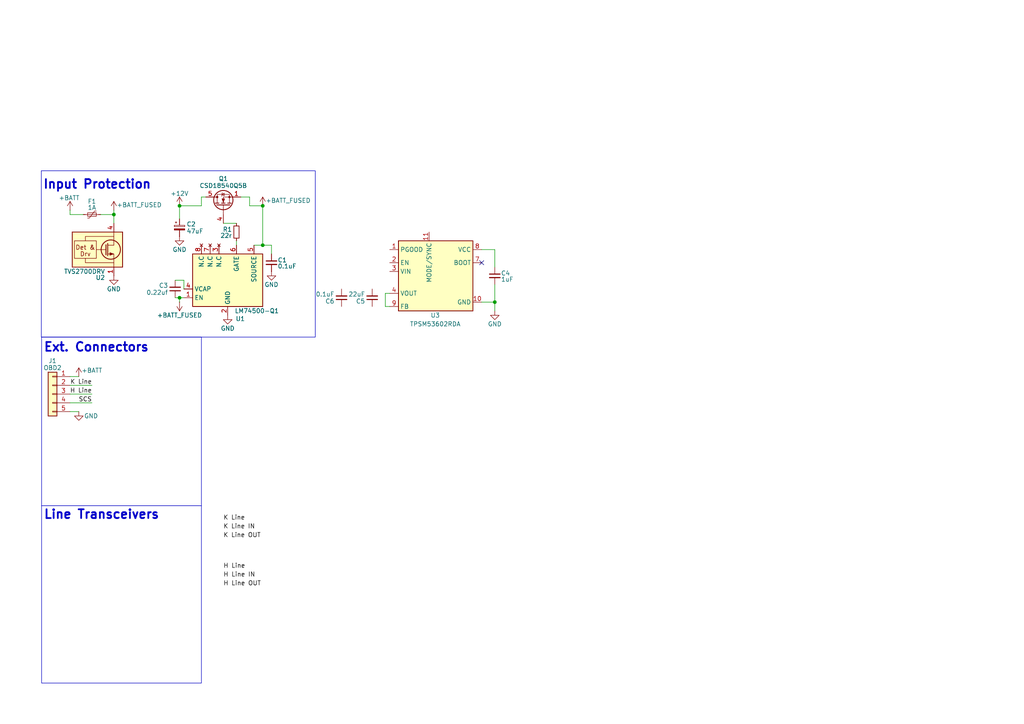
<source format=kicad_sch>
(kicad_sch (version 20250114) (generator "eeschema") (generator_version "9.0")
  (paper "A4")
  (lib_symbols
    (symbol "Connector_Generic:Conn_01x05" (pin_names (offset 1.016) (hide yes))
      (property "Reference" "J" (at 0 7.62 0))
      (property "Value" "Conn_01x05" (at 0 -7.62 0))
      (symbol "Conn_01x05_1_1"
        (rectangle (start -1.27 6.35) (end 1.27 -6.35) (stroke (width 0.254)) (fill (type background)))
        (rectangle (start -1.27 5.207) (end 0 4.953) (stroke (width 0.1524)))
        (rectangle (start -1.27 2.667) (end 0 2.413) (stroke (width 0.1524)))
        (rectangle (start -1.27 0.127) (end 0 -0.127) (stroke (width 0.1524)))
        (rectangle (start -1.27 -2.413) (end 0 -2.667) (stroke (width 0.1524)))
        (rectangle (start -1.27 -4.953) (end 0 -5.207) (stroke (width 0.1524)))
        (pin passive line (at -5.08 5.08 0) (length 3.81) (name "Pin_1") (number "1"))
        (pin passive line (at -5.08 2.54 0) (length 3.81) (name "Pin_2") (number "2"))
        (pin passive line (at -5.08 0 0) (length 3.81) (name "Pin_3") (number "3"))
        (pin passive line (at -5.08 -2.54 0) (length 3.81) (name "Pin_4") (number "4"))
        (pin passive line (at -5.08 -5.08 0) (length 3.81) (name "Pin_5") (number "5"))
      )
    )
    (symbol "Device:C_Polarized_Small" (pin_numbers (hide yes)) (pin_names (offset 0.254) (hide yes))
      (property "Reference" "C" (at 0.254 1.778 0))
      (property "Value" "C_Polarized_Small" (at 0.254 -2.032 0))
      (symbol "C_Polarized_Small_0_1"
        (rectangle (start -1.524 0.6858) (end 1.524 0.3048))
        (rectangle (start -1.524 -0.3048) (end 1.524 -0.6858) (fill (type outline)))
        (polyline (pts (xy -1.27 1.524) (xy -0.762 1.524)))
        (polyline (pts (xy -1.016 1.27) (xy -1.016 1.778)))
      )
      (symbol "C_Polarized_Small_1_1"
        (pin passive line (at 0 2.54 270) (length 1.8542) (name "~") (number "1"))
        (pin passive line (at 0 -2.54 90) (length 1.8542) (name "~") (number "2"))
      )
    )
    (symbol "Device:C_Small" (pin_numbers (hide yes)) (pin_names (offset 0.254) (hide yes))
      (property "Reference" "C" (at 0.254 1.778 0))
      (property "Value" "C_Small" (at 0.254 -2.032 0))
      (symbol "C_Small_0_1"
        (polyline (pts (xy -1.524 0.508) (xy 1.524 0.508)) (stroke (width 0.3048)))
        (polyline (pts (xy -1.524 -0.508) (xy 1.524 -0.508)) (stroke (width 0.3302)))
      )
      (symbol "C_Small_1_1"
        (pin passive line (at 0 2.54 270) (length 2.032) (name "~") (number "1"))
        (pin passive line (at 0 -2.54 90) (length 2.032) (name "~") (number "2"))
      )
    )
    (symbol "Device:Polyfuse_Small" (pin_numbers (hide yes)) (pin_names (offset 0))
      (property "Reference" "F" (at -1.905 0 90))
      (property "Value" "Polyfuse_Small" (at 1.905 0 90))
      (symbol "Polyfuse_Small_0_1"
        (polyline (pts (xy -1.016 1.27) (xy -1.016 0.762) (xy 1.016 -0.762) (xy 1.016 -1.27)))
        (rectangle (start -0.508 1.27) (end 0.508 -1.27))
        (polyline (pts (xy 0 2.54) (xy 0 -2.54)))
      )
      (symbol "Polyfuse_Small_1_1"
        (pin passive line (at 0 2.54 270) (length 0.635) (name "~") (number "1"))
        (pin passive line (at 0 -2.54 90) (length 0.635) (name "~") (number "2"))
      )
    )
    (symbol "Device:R_Small" (pin_numbers (hide yes)) (pin_names (offset 0.254) (hide yes))
      (property "Reference" "R" (at 0.762 0.508 0))
      (property "Value" "R_Small" (at 0.762 -1.016 0))
      (symbol "R_Small_0_1"
        (rectangle (start -0.762 1.778) (end 0.762 -1.778) (stroke (width 0.2032)))
      )
      (symbol "R_Small_1_1"
        (pin passive line (at 0 2.54 270) (length 0.762) (name "~") (number "1"))
        (pin passive line (at 0 -2.54 90) (length 0.762) (name "~") (number "2"))
      )
    )
    (symbol "Power_Protection:TVS2700DRV" (pin_names (offset 0) (hide yes))
      (property "Reference" "U" (at 2.54 1.27 0))
      (property "Value" "TVS2700DRV" (at 2.54 -1.27 0))
      (symbol "TVS2700DRV_0_0"
        (rectangle (start -11.43 2.54) (end -5.08 -2.54))
        (polyline (pts (xy -8.255 2.54) (xy -8.255 3.81) (xy 0 3.81)))
        (polyline (pts (xy -8.255 -2.54) (xy -8.255 -3.81) (xy 0 -3.81)))
        (polyline (pts (xy 0 1.27) (xy -1.778 1.27)))
        (text "Det &" (at -8.255 0.635 0) (effects (font (size 1.27 1.27))))
        (text "Drv" (at -8.255 -1.27 0) (effects (font (size 1.27 1.27))))
      )
      (symbol "TVS2700DRV_0_1"
        (rectangle (start -12.065 5.08) (end 2.54 -5.08) (stroke (width 0.254)) (fill (type background)))
        (polyline (pts (xy -2.286 1.397) (xy -2.286 -1.524)) (stroke (width 0.254)))
        (polyline (pts (xy -2.286 0) (xy -5.08 0)))
        (polyline (pts (xy -1.778 1.778) (xy -1.778 -1.778)) (stroke (width 0.254)))
        (circle (center -0.889 0) (radius 2.794) (stroke (width 0.254)))
        (polyline (pts (xy -0.127 -1.27) (xy -1.143 -1.651) (xy -1.143 -0.889) (xy -0.127 -1.27)) (fill (type outline)))
        (polyline (pts (xy 0 5.08) (xy 0 2.54)))
        (polyline (pts (xy 0 2.54) (xy 0 1.27)))
        (polyline (pts (xy 0 -2.54) (xy 0 -5.08)))
        (polyline (pts (xy 0 -2.54) (xy 0 -1.27) (xy -1.778 -1.27)))
      )
      (symbol "TVS2700DRV_1_1"
        (pin passive line (at 0 7.62 270) (length 2.54) (name "IN") (number "4"))
        (pin passive line (at 0 7.62 270) (length 2.54) (hide yes) (name "IN") (number "5"))
        (pin passive line (at 0 7.62 270) (length 2.54) (hide yes) (name "IN") (number "6"))
        (pin power_in line (at 0 -7.62 90) (length 2.54) (name "GND") (number "1"))
        (pin passive line (at 0 -7.62 90) (length 2.54) (hide yes) (name "GND") (number "2"))
        (pin passive line (at 0 -7.62 90) (length 2.54) (hide yes) (name "GND") (number "3"))
        (pin passive line (at 0 -7.62 90) (length 2.54) (hide yes) (name "GND") (number "7"))
      )
    )
    (symbol "TIParts:LM74500-Q1"
      (property "Reference" "U" (at -9.525 -8.89 0))
      (property "Value" "LM74500-Q1" (at 7.62 -8.89 0))
      (symbol "LM74500-Q1_0_1"
        (rectangle (start -10.16 7.62) (end 10.16 -7.62) (stroke (width 0.254)) (fill (type background)))
      )
      (symbol "LM74500-Q1_1_1"
        (pin passive line (at -12.7 -2.54 0) (length 2.54) (name "VCAP") (number "4"))
        (pin input line (at -12.7 -5.08 0) (length 2.54) (name "EN") (number "1"))
        (pin no_connect line (at -7.62 10.16 270) (length 2.54) (name "N.C") (number "8"))
        (pin no_connect line (at -5.08 10.16 270) (length 2.54) (name "N.C") (number "7"))
        (pin no_connect line (at -2.54 10.16 270) (length 2.54) (name "N.C") (number "3"))
        (pin power_in line (at 0 -10.16 90) (length 2.54) (name "GND") (number "2"))
        (pin output line (at 2.54 10.16 270) (length 2.54) (name "GATE") (number "6"))
        (pin input line (at 7.62 10.16 270) (length 2.54) (name "SOURCE") (number "5"))
      )
    )
    (symbol "TIParts:TPSM33620S5QRD"
      (property "Reference" "U" (at -0.762 -11.176 0))
      (property "Value" "TPSM33620S5QRD" (at -8.636 -13.208 0))
      (symbol "TPSM33620S5QRD_0_1"
        (rectangle (start -11.43 10.16) (end 10.16 -10.16) (stroke (width 0.254)) (fill (type background)))
      )
      (symbol "TPSM33620S5QRD_1_1"
        (pin open_collector line (at -13.97 7.62 0) (length 2.54) (name "PGOOD") (number "1"))
        (pin input line (at -13.97 3.81 0) (length 2.54) (name "EN") (number "2"))
        (pin input line (at -13.97 1.27 0) (length 2.54) (name "VIN") (number "3"))
        (pin output line (at -13.97 -5.08 0) (length 2.54) (name "VOUT") (number "4"))
        (pin input line (at -13.97 -8.89 0) (length 2.54) (name "FB") (number "9"))
        (pin bidirectional line (at -2.54 12.7 270) (length 2.54) (name "MODE/SYNC") (number "11"))
        (pin output line (at 12.7 7.62 180) (length 2.54) (name "VCC") (number "8"))
        (pin passive line (at 12.7 3.81 180) (length 2.54) (name "BOOT") (number "7"))
        (pin passive line (at 12.7 1.27 180) (length 2.54) (hide yes) (name "SW") (number "6"))
        (pin passive line (at 12.7 -1.27 180) (length 2.54) (hide yes) (name "SW") (number "5"))
        (pin passive line (at 12.7 -7.62 180) (length 2.54) (name "GND") (number "10"))
      )
    )
    (symbol "Transistor_FET:CSD18540Q5B" (pin_names (hide yes))
      (property "Reference" "Q" (at 5.08 1.905 0))
      (property "Value" "CSD18540Q5B" (at 5.08 0 0))
      (symbol "CSD18540Q5B_0_1"
        (polyline (pts (xy 0.254 1.905) (xy 0.254 -1.905)) (stroke (width 0.254)))
        (polyline (pts (xy 0.254 0) (xy -2.54 0)))
        (polyline (pts (xy 0.762 2.286) (xy 0.762 1.27)) (stroke (width 0.254)))
        (polyline (pts (xy 0.762 0.508) (xy 0.762 -0.508)) (stroke (width 0.254)))
        (polyline (pts (xy 0.762 -1.27) (xy 0.762 -2.286)) (stroke (width 0.254)))
        (polyline (pts (xy 0.762 -1.778) (xy 3.302 -1.778) (xy 3.302 1.778) (xy 0.762 1.778)))
        (polyline (pts (xy 1.016 0) (xy 2.032 0.381) (xy 2.032 -0.381) (xy 1.016 0)) (fill (type outline)))
        (circle (center 1.651 0) (radius 2.794) (stroke (width 0.254)))
        (polyline (pts (xy 2.54 2.54) (xy 2.54 1.778)))
        (circle (center 2.54 1.778) (radius 0.254) (fill (type outline)))
        (circle (center 2.54 -1.778) (radius 0.254) (fill (type outline)))
        (polyline (pts (xy 2.54 -2.54) (xy 2.54 0) (xy 0.762 0)))
        (polyline (pts (xy 2.794 0.508) (xy 2.921 0.381) (xy 3.683 0.381) (xy 3.81 0.254)))
        (polyline (pts (xy 3.302 0.381) (xy 2.921 -0.254) (xy 3.683 -0.254) (xy 3.302 0.381)))
      )
      (symbol "CSD18540Q5B_1_1"
        (pin passive line (at -5.08 0 0) (length 2.54) (name "G") (number "4"))
        (pin passive line (at 2.54 5.08 270) (length 2.54) (name "D") (number "5"))
        (pin passive line (at 2.54 -5.08 90) (length 2.54) (name "S") (number "1"))
        (pin passive line (at 2.54 -5.08 90) (length 2.54) (hide yes) (name "S") (number "2"))
        (pin passive line (at 2.54 -5.08 90) (length 2.54) (hide yes) (name "S") (number "3"))
      )
    )
    (symbol "power:+BATT" (power) (pin_numbers (hide yes)) (pin_names (offset 0) (hide yes))
      (property "Value" "+BATT" (at 0 3.556 0))
      (symbol "+BATT_0_1"
        (polyline (pts (xy -0.762 1.27) (xy 0 2.54)))
        (polyline (pts (xy 0 2.54) (xy 0.762 1.27)))
        (polyline (pts (xy 0 0) (xy 0 2.54)))
      )
      (symbol "+BATT_1_1"
        (pin power_in line (at 0 0 90) (length 0) (name "~") (number "1"))
      )
    )
    (symbol "power:GND" (power) (pin_numbers (hide yes)) (pin_names (offset 0) (hide yes))
      (property "Value" "GND" (at 0 -3.81 0))
      (symbol "GND_0_1"
        (polyline (pts (xy 0 0) (xy 0 -1.27) (xy 1.27 -1.27) (xy 0 -2.54) (xy -1.27 -1.27) (xy 0 -1.27)))
      )
      (symbol "GND_1_1"
        (pin power_in line (at 0 0 270) (length 0) (name "~") (number "1"))
      )
    )
  )
  (rectangle (start 12.065 97.79) (end 58.42 146.685))
  (rectangle (start 12.065 146.685) (end 58.42 198.12))
  (rectangle (start 11.9849 49.53) (end 91.44 97.7751))
  (text "Ext. Connectors" (at 27.94 100.838 0) (effects (font (size 2.54 2.54) (thickness 0.508) (bold yes))))
  (text "Line Transceivers" (at 29.464 149.352 0) (effects (font (size 2.54 2.54) (thickness 0.508) (bold yes))))
  (text "Input Protection" (at 28.194 53.594 0) (effects (font (size 2.54 2.54) (thickness 0.508) (bold yes))))
  (junction (at 52.07 59.69))
  (junction (at 76.2 71.12))
  (junction (at 52.07 86.36))
  (junction (at 143.51 87.63))
  (junction (at 33.02 62.23))
  (junction (at 76.2 59.69))
  (no_connect (at 139.7 76.2))
  (wire (pts (xy 64.77 64.77) (xy 68.58 64.77)))
  (wire (pts (xy 53.34 86.36) (xy 52.07 86.36)))
  (wire (pts (xy 52.07 59.69) (xy 52.07 63.5)))
  (wire (pts (xy 143.51 90.17) (xy 143.51 87.63)))
  (wire (pts (xy 113.03 85.09) (xy 111.76 85.09)))
  (wire (pts (xy 20.32 119.38) (xy 22.86 119.38)))
  (wire (pts (xy 72.39 57.15) (xy 72.39 59.69)))
  (wire (pts (xy 52.07 86.36) (xy 52.07 87.63)))
  (wire (pts (xy 76.2 59.69) (xy 76.2 71.12)))
  (wire (pts (xy 53.34 81.28) (xy 50.8 81.28)))
  (wire (pts (xy 73.66 71.12) (xy 76.2 71.12)))
  (wire (pts (xy 20.32 62.23) (xy 24.13 62.23)))
  (wire (pts (xy 111.76 85.09) (xy 111.76 88.9)))
  (wire (pts (xy 68.58 69.85) (xy 68.58 71.12)))
  (wire (pts (xy 76.2 71.12) (xy 78.74 71.12)))
  (wire (pts (xy 78.74 71.12) (xy 78.74 73.66)))
  (wire (pts (xy 58.42 59.69) (xy 52.07 59.69)))
  (wire (pts (xy 58.42 57.15) (xy 59.69 57.15)))
  (wire (pts (xy 29.21 62.23) (xy 33.02 62.23)))
  (wire (pts (xy 53.34 83.82) (xy 53.34 81.28)))
  (wire (pts (xy 33.02 64.77) (xy 33.02 62.23)))
  (wire (pts (xy 143.51 72.39) (xy 139.7 72.39)))
  (wire (pts (xy 20.32 111.76) (xy 26.67 111.76)))
  (wire (pts (xy 139.7 87.63) (xy 143.51 87.63)))
  (wire (pts (xy 69.85 57.15) (xy 72.39 57.15)))
  (wire (pts (xy 111.76 88.9) (xy 113.03 88.9)))
  (wire (pts (xy 20.32 60.96) (xy 20.32 62.23)))
  (wire (pts (xy 20.32 109.22) (xy 22.86 109.22)))
  (wire (pts (xy 20.32 114.3) (xy 26.67 114.3)))
  (wire (pts (xy 33.02 60.96) (xy 33.02 62.23)))
  (wire (pts (xy 50.8 86.36) (xy 52.07 86.36)))
  (wire (pts (xy 143.51 77.47) (xy 143.51 72.39)))
  (wire (pts (xy 58.42 57.15) (xy 58.42 59.69)))
  (wire (pts (xy 20.32 116.84) (xy 26.67 116.84)))
  (wire (pts (xy 72.39 59.69) (xy 76.2 59.69)))
  (wire (pts (xy 143.51 87.63) (xy 143.51 82.55)))
  (label "H Line" (at 26.67 114.3 180))
  (label "K Line IN" (at 64.77 153.67 0))
  (label "SCS" (at 26.67 116.84 180))
  (label "H Line OUT" (at 64.77 170.18 0))
  (label "K Line" (at 64.77 151.13 0))
  (label "H Line IN" (at 64.77 167.64 0))
  (label "K Line OUT" (at 64.77 156.21 0))
  (label "H Line" (at 64.77 165.1 0))
  (label "K Line" (at 26.67 111.76 180))
  (symbol (lib_id "power:+BATT") (at 33.02 60.96 0) (unit 1)
    (property "Reference" "#PWR011" (effects (hide yes)))
    (property "Value" "+BATT_FUSED" (at 40.386 59.436 0))
    (property "Description" "Power symbol creates a global label with name \"+BATT\"" (effects (hide yes)))
  )
  (symbol (lib_id "Power_Protection:TVS2700DRV") (at 33.02 72.39 0) (unit 1)
    (property "Reference" "U2" (at 30.48 80.518 0) (effects (justify right)))
    (property "Value" "TVS2700DRV" (at 30.48 78.74 0) (effects (justify right)))
    (property "Footprint" "Package_SON:WSON-6-1EP_2x2mm_P0.65mm_EP1x1.6mm" (effects (hide yes)))
    (property "Datasheet" "http://www.ti.com/lit/ds/symlink/tvs2700.pdf" (effects (hide yes)))
    (property "Description" "Flat-Clamp Surge Protection Device. 27Vrwm, WSON-6" (effects (hide yes)))
  )
  (symbol (lib_id "power:GND") (at 22.86 119.38 0) (unit 1)
    (property "Reference" "#PWR06" (effects (hide yes)))
    (property "Value" "GND" (at 26.416 120.65 0))
    (property "Description" "Power symbol creates a global label with name \"GND\" , ground" (effects (hide yes)))
  )
  (symbol (lib_id "Device:R_Small") (at 68.58 67.31 0) (mirror y) (unit 1)
    (property "Reference" "R1" (at 67.31 66.548 0) (effects (justify left)))
    (property "Value" "22r" (at 67.31 68.326 0) (effects (justify left)))
    (property "Footprint" "Resistor_SMD:R_0402_1005Metric" (effects (hide yes)))
    (property "Description" "Resistor, small symbol" (effects (hide yes)))
  )
  (symbol (lib_id "Device:C_Small") (at 50.8 83.82 180) (unit 1)
    (property "Reference" "C3" (at 48.768 82.804 0) (effects (justify left)))
    (property "Value" "0.22uf" (at 48.768 84.836 0) (effects (justify left)))
    (property "Footprint" "Capacitor_SMD:C_0402_1005Metric" (effects (hide yes)))
    (property "Description" "Unpolarized capacitor, small symbol" (effects (hide yes)))
  )
  (symbol (lib_id "power:GND") (at 33.02 80.01 0) (unit 1)
    (property "Reference" "#PWR03" (effects (hide yes)))
    (property "Value" "GND" (at 33.02 83.82 0))
    (property "Description" "Power symbol creates a global label with name \"GND\" , ground" (effects (hide yes)))
  )
  (symbol (lib_id "Transistor_FET:CSD18540Q5B") (at 64.77 59.69 90) (unit 1)
    (property "Reference" "Q1" (at 64.77 51.816 90))
    (property "Value" "CSD18540Q5B" (at 64.77 53.848 90))
    (property "Footprint" "Package_TO_SOT_SMD:TDSON-8-1" (effects (hide yes)))
    (property "Datasheet" "http://www.ti.com/lit/gpn/csd18540q5b" (effects (hide yes)))
    (property "Description" "100A Id, 60V Vds, NexFET N-Channel Power MOSFET, 2.2mOhm Ron, 41nC Qg(typ), SON8 5x6mm" (effects (hide yes)))
  )
  (symbol (lib_id "power:+BATT") (at 52.07 87.63 180) (unit 1)
    (property "Reference" "#PWR05" (effects (hide yes)))
    (property "Value" "+BATT_FUSED" (at 52.07 91.44 0))
    (property "Description" "Power symbol creates a global label with name \"+BATT\"" (effects (hide yes)))
  )
  (symbol (lib_id "power:+BATT") (at 22.86 109.22 0) (unit 1)
    (property "Reference" "#PWR01" (effects (hide yes)))
    (property "Value" "+BATT" (at 26.67 107.442 0))
    (property "Description" "Power symbol creates a global label with name \"+BATT\"" (effects (hide yes)))
  )
  (symbol (lib_id "TIParts:TPSM33620S5QRD") (at 127 80.01 0) (unit 1)
    (property "Reference" "U3" (at 126.238 91.44 0))
    (property "Value" "TPSM53602RDA" (at 126.238 93.98 0))
    (property "Footprint" "TIParts:RDN0011A-MFG" (effects (hide yes)))
    (property "Datasheet" "https://www.ti.com/lit/ds/symlink/tpsm33620-q1.pdf" (effects (hide yes)))
    (property "Description" "36-V, 2A input, stepdown, DC/DC converter, Texas B3QFN-14" (effects (hide yes)))
  )
  (symbol (lib_id "power:+BATT") (at 52.07 59.69 0) (unit 1)
    (property "Reference" "#PWR010" (effects (hide yes)))
    (property "Value" "+12V" (at 52.07 56.134 0))
    (property "Description" "Power symbol creates a global label with name \"+BATT\"" (effects (hide yes)))
  )
  (symbol (lib_id "TIParts:LM74500-Q1") (at 66.04 81.28 0) (unit 1)
    (property "Reference" "U1" (at 68.326 92.456 0) (effects (justify left)))
    (property "Value" "LM74500-Q1" (at 68.072 90.17 0) (effects (justify left)))
    (property "Footprint" "Package_TO_SOT_SMD:SOT-23-8" (effects (hide yes)))
    (property "Datasheet" "https://www.ti.com/product/LM74500-Q1" (effects (hide yes)))
    (property "Description" "Low Iq reverse battery protection ideal diode controller, SOT-23-THN (DDF)" (effects (hide yes)))
  )
  (symbol (lib_id "power:GND") (at 52.07 68.58 0) (unit 1)
    (property "Reference" "#PWR08" (effects (hide yes)))
    (property "Value" "GND" (at 52.07 72.39 0))
    (property "Description" "Power symbol creates a global label with name \"GND\" , ground" (effects (hide yes)))
  )
  (symbol (lib_id "power:GND") (at 66.04 91.44 0) (unit 1)
    (property "Reference" "#PWR04" (effects (hide yes)))
    (property "Value" "GND" (at 66.04 95.25 0))
    (property "Description" "Power symbol creates a global label with name \"GND\" , ground" (effects (hide yes)))
  )
  (symbol (lib_id "Connector_Generic:Conn_01x05") (at 15.24 114.3 0) (mirror y) (unit 1)
    (property "Reference" "J1" (at 15.24 104.648 0))
    (property "Value" "OBD2" (at 15.24 106.68 0))
    (property "Footprint" "Connector_Molex:Molex_SL_171971-0004_1x04_P2.54mm_Vertical" (effects (hide yes)))
    (property "Description" "Generic connector, single row, 01x05, script generated (kicad-library-utils/schlib/autogen/connector/)" (effects (hide yes)))
  )
  (symbol (lib_id "Device:C_Small") (at 99.06 86.36 180) (unit 1)
    (property "Reference" "C6" (at 97.028 87.376 0) (effects (justify left)))
    (property "Value" "0.1uF" (at 97.028 85.344 0) (effects (justify left)))
    (property "Footprint" "Capacitor_SMD:C_1206_3216Metric" (effects (hide yes)))
    (property "Description" "Unpolarized capacitor, small symbol" (effects (hide yes)))
  )
  (symbol (lib_id "Device:C_Small") (at 107.95 86.36 180) (unit 1)
    (property "Reference" "C5" (at 105.918 87.376 0) (effects (justify left)))
    (property "Value" "22uF" (at 105.918 85.344 0) (effects (justify left)))
    (property "Footprint" "Capacitor_SMD:C_1206_3216Metric" (effects (hide yes)))
    (property "Description" "Unpolarized capacitor, small symbol" (effects (hide yes)))
  )
  (symbol (lib_id "Device:C_Polarized_Small") (at 52.07 66.04 0) (unit 1)
    (property "Reference" "C2" (at 54.102 65.024 0) (effects (justify left)))
    (property "Value" "47uF" (at 54.102 67.056 0) (effects (justify left)))
    (property "Footprint" "Capacitor_SMD:CP_Elec_6.3x5.8" (effects (hide yes)))
    (property "Description" "Polarized capacitor, small symbol" (effects (hide yes)))
  )
  (symbol (lib_id "power:+BATT") (at 20.32 60.96 0) (unit 1)
    (property "Reference" "#PWR02" (effects (hide yes)))
    (property "Value" "+BATT" (at 20.066 57.404 0))
    (property "Description" "Power symbol creates a global label with name \"+BATT\"" (effects (hide yes)))
  )
  (symbol (lib_id "power:GND") (at 143.51 90.17 0) (unit 1)
    (property "Reference" "#PWR012" (effects (hide yes)))
    (property "Value" "GND" (at 143.51 93.98 0))
    (property "Description" "Power symbol creates a global label with name \"GND\" , ground" (effects (hide yes)))
  )
  (symbol (lib_id "Device:C_Small") (at 78.74 76.2 0) (unit 1)
    (property "Reference" "C1" (at 80.518 75.438 0) (effects (justify left)))
    (property "Value" "0.1uF" (at 80.518 77.216 0) (effects (justify left)))
    (property "Footprint" "Capacitor_SMD:C_0402_1005Metric" (effects (hide yes)))
    (property "Description" "Unpolarized capacitor, small symbol" (effects (hide yes)))
  )
  (symbol (lib_id "power:GND") (at 78.74 78.74 0) (unit 1)
    (property "Reference" "#PWR07" (effects (hide yes)))
    (property "Value" "GND" (at 78.74 82.55 0))
    (property "Description" "Power symbol creates a global label with name \"GND\" , ground" (effects (hide yes)))
  )
  (symbol (lib_id "Device:C_Small") (at 143.51 80.01 0) (unit 1)
    (property "Reference" "C4" (at 145.288 79.248 0) (effects (justify left)))
    (property "Value" "1uF" (at 145.288 81.026 0) (effects (justify left)))
    (property "Footprint" "Capacitor_SMD:C_0402_1005Metric" (effects (hide yes)))
    (property "Description" "Unpolarized capacitor, small symbol" (effects (hide yes)))
  )
  (symbol (lib_id "Device:Polyfuse_Small") (at 26.67 62.23 90) (unit 1)
    (property "Reference" "F1" (at 26.67 58.42 90))
    (property "Value" "1A" (at 26.67 60.198 90))
    (property "Footprint" "Fuse:Fuse_1812_4532Metric" (effects (hide yes)))
    (property "Description" "Resettable fuse, polymeric positive temperature coefficient, small symbol" (effects (hide yes)))
  )
  (symbol (lib_id "power:+BATT") (at 76.2 59.69 0) (unit 1)
    (property "Reference" "#PWR09" (effects (hide yes)))
    (property "Value" "+BATT_FUSED" (at 83.566 58.166 0))
    (property "Description" "Power symbol creates a global label with name \"+BATT\"" (effects (hide yes)))
  )
)
</source>
